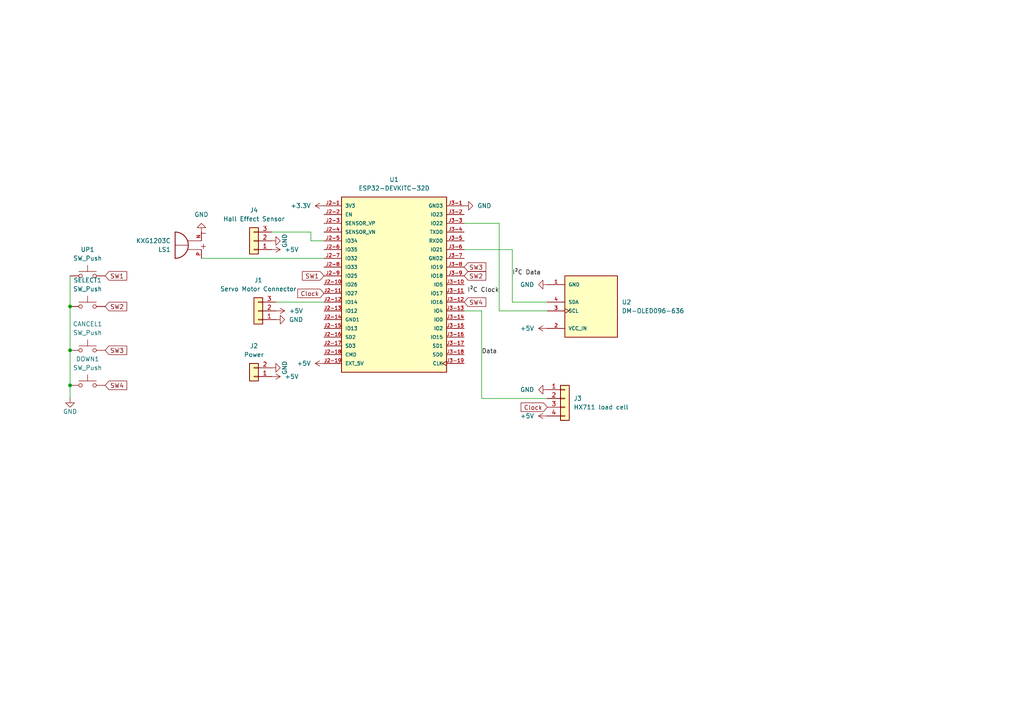
<source format=kicad_sch>
(kicad_sch (version 20231120) (generator "eeschema") (generator_version "8.0")
  (paper "A4")
  (lib_symbols
    (symbol "Connector_Generic:Conn_01x02" (pin_names (offset 1.016) hide)
      (property "Reference" "J" (at 0 2.54 0))
      (property "Value" "Conn_01x02" (at 0 -5.08 0))
      (symbol "Conn_01x02_1_1"
        (rectangle (start -1.27 -2.413) (end 0 -2.667) (stroke (width 0.1524)))
        (rectangle (start -1.27 0.127) (end 0 -0.127) (stroke (width 0.1524)))
        (rectangle (start -1.27 1.27) (end 1.27 -3.81) (stroke (width 0.254)) (fill (type background)))
        (pin passive line (at -5.08 0 0) (length 3.81) (name "Pin_1") (number "1"))
        (pin passive line (at -5.08 -2.54 0) (length 3.81) (name "Pin_2") (number "2"))
      )
    )
    (symbol "Connector_Generic:Conn_01x03" (pin_names (offset 1.016) hide)
      (property "Reference" "J" (at 0 5.08 0))
      (property "Value" "Conn_01x03" (at 0 -5.08 0))
      (symbol "Conn_01x03_1_1"
        (rectangle (start -1.27 -2.413) (end 0 -2.667) (stroke (width 0.1524)))
        (rectangle (start -1.27 0.127) (end 0 -0.127) (stroke (width 0.1524)))
        (rectangle (start -1.27 2.667) (end 0 2.413) (stroke (width 0.1524)))
        (rectangle (start -1.27 3.81) (end 1.27 -3.81) (stroke (width 0.254)) (fill (type background)))
        (pin passive line (at -5.08 2.54 0) (length 3.81) (name "Pin_1") (number "1"))
        (pin passive line (at -5.08 0 0) (length 3.81) (name "Pin_2") (number "2"))
        (pin passive line (at -5.08 -2.54 0) (length 3.81) (name "Pin_3") (number "3"))
      )
    )
    (symbol "Connector_Generic:Conn_01x04" (pin_names (offset 1.016) hide)
      (property "Reference" "J" (at 0 5.08 0))
      (property "Value" "Conn_01x04" (at 0 -7.62 0))
      (symbol "Conn_01x04_1_1"
        (rectangle (start -1.27 -4.953) (end 0 -5.207) (stroke (width 0.1524)))
        (rectangle (start -1.27 -2.413) (end 0 -2.667) (stroke (width 0.1524)))
        (rectangle (start -1.27 0.127) (end 0 -0.127) (stroke (width 0.1524)))
        (rectangle (start -1.27 2.667) (end 0 2.413) (stroke (width 0.1524)))
        (rectangle (start -1.27 3.81) (end 1.27 -6.35) (stroke (width 0.254)) (fill (type background)))
        (pin passive line (at -5.08 2.54 0) (length 3.81) (name "Pin_1") (number "1"))
        (pin passive line (at -5.08 0 0) (length 3.81) (name "Pin_2") (number "2"))
        (pin passive line (at -5.08 -2.54 0) (length 3.81) (name "Pin_3") (number "3"))
        (pin passive line (at -5.08 -5.08 0) (length 3.81) (name "Pin_4") (number "4"))
      )
    )
    (symbol "DM-OLED096-636:DM-OLED096-636" (pin_names (offset 1.016))
      (property "Reference" "U" (at -7.62 10.922 0))
      (property "Value" "DM-OLED096-636" (at -7.62 -10.16 0))
      (symbol "DM-OLED096-636_0_0"
        (rectangle (start -7.62 -7.62) (end 7.62 10.16) (stroke (width 0.254)) (fill (type background)))
        (pin power_in line (at 12.7 -5.08 180) (length 5.08) (name "GND") (number "1"))
        (pin power_in line (at 12.7 7.62 180) (length 5.08) (name "VCC_IN") (number "2"))
        (pin input clock (at 12.7 2.54 180) (length 5.08) (name "SCL") (number "3"))
        (pin bidirectional line (at 12.7 0 180) (length 5.08) (name "SDA") (number "4"))
      )
    )
    (symbol "ESP32-DEVKITC-32D:ESP32-DEVKITC-32D" (pin_names (offset 1.016))
      (property "Reference" "U" (at -15.2572 26.0643 0))
      (property "Value" "ESP32-DEVKITC-32D" (at -15.2563 -27.9698 0))
      (symbol "ESP32-DEVKITC-32D_0_0"
        (rectangle (start -15.24 -25.4) (end 15.24 25.4) (stroke (width 0.254)) (fill (type background)))
        (pin power_in line (at -20.32 22.86 0) (length 5.08) (name "3V3") (number "J2-1"))
        (pin bidirectional line (at -20.32 0 0) (length 5.08) (name "IO26") (number "J2-10"))
        (pin bidirectional line (at -20.32 -2.54 0) (length 5.08) (name "IO27") (number "J2-11"))
        (pin bidirectional line (at -20.32 -5.08 0) (length 5.08) (name "IO14") (number "J2-12"))
        (pin bidirectional line (at -20.32 -7.62 0) (length 5.08) (name "IO12") (number "J2-13"))
        (pin power_in line (at -20.32 -10.16 0) (length 5.08) (name "GND1") (number "J2-14"))
        (pin bidirectional line (at -20.32 -12.7 0) (length 5.08) (name "IO13") (number "J2-15"))
        (pin bidirectional line (at -20.32 -15.24 0) (length 5.08) (name "SD2") (number "J2-16"))
        (pin bidirectional line (at -20.32 -17.78 0) (length 5.08) (name "SD3") (number "J2-17"))
        (pin bidirectional line (at -20.32 -20.32 0) (length 5.08) (name "CMD") (number "J2-18"))
        (pin power_in line (at -20.32 -22.86 0) (length 5.08) (name "EXT_5V") (number "J2-19"))
        (pin input line (at -20.32 20.32 0) (length 5.08) (name "EN") (number "J2-2"))
        (pin input line (at -20.32 17.78 0) (length 5.08) (name "SENSOR_VP") (number "J2-3"))
        (pin input line (at -20.32 15.24 0) (length 5.08) (name "SENSOR_VN") (number "J2-4"))
        (pin bidirectional line (at -20.32 12.7 0) (length 5.08) (name "IO34") (number "J2-5"))
        (pin bidirectional line (at -20.32 10.16 0) (length 5.08) (name "IO35") (number "J2-6"))
        (pin bidirectional line (at -20.32 7.62 0) (length 5.08) (name "IO32") (number "J2-7"))
        (pin bidirectional line (at -20.32 5.08 0) (length 5.08) (name "IO33") (number "J2-8"))
        (pin bidirectional line (at -20.32 2.54 0) (length 5.08) (name "IO25") (number "J2-9"))
        (pin power_in line (at 20.32 22.86 180) (length 5.08) (name "GND3") (number "J3-1"))
        (pin bidirectional line (at 20.32 0 180) (length 5.08) (name "IO5") (number "J3-10"))
        (pin bidirectional line (at 20.32 -2.54 180) (length 5.08) (name "IO17") (number "J3-11"))
        (pin bidirectional line (at 20.32 -5.08 180) (length 5.08) (name "IO16") (number "J3-12"))
        (pin bidirectional line (at 20.32 -7.62 180) (length 5.08) (name "IO4") (number "J3-13"))
        (pin bidirectional line (at 20.32 -10.16 180) (length 5.08) (name "IO0") (number "J3-14"))
        (pin bidirectional line (at 20.32 -12.7 180) (length 5.08) (name "IO2") (number "J3-15"))
        (pin bidirectional line (at 20.32 -15.24 180) (length 5.08) (name "IO15") (number "J3-16"))
        (pin bidirectional line (at 20.32 -17.78 180) (length 5.08) (name "SD1") (number "J3-17"))
        (pin bidirectional line (at 20.32 -20.32 180) (length 5.08) (name "SD0") (number "J3-18"))
        (pin input clock (at 20.32 -22.86 180) (length 5.08) (name "CLK") (number "J3-19"))
        (pin bidirectional line (at 20.32 20.32 180) (length 5.08) (name "IO23") (number "J3-2"))
        (pin bidirectional line (at 20.32 17.78 180) (length 5.08) (name "IO22") (number "J3-3"))
        (pin output line (at 20.32 15.24 180) (length 5.08) (name "TXD0") (number "J3-4"))
        (pin input line (at 20.32 12.7 180) (length 5.08) (name "RXD0") (number "J3-5"))
        (pin bidirectional line (at 20.32 10.16 180) (length 5.08) (name "IO21") (number "J3-6"))
        (pin power_in line (at 20.32 7.62 180) (length 5.08) (name "GND2") (number "J3-7"))
        (pin bidirectional line (at 20.32 5.08 180) (length 5.08) (name "IO19") (number "J3-8"))
        (pin bidirectional line (at 20.32 2.54 180) (length 5.08) (name "IO18") (number "J3-9"))
      )
    )
    (symbol "KXG1203C:KXG1203C" (pin_names (offset 1.016))
      (property "Reference" "LS" (at -2.54 6.35 0))
      (property "Value" "KXG1203C" (at -2.54 -5.08 0))
      (symbol "KXG1203C_0_0"
        (polyline (pts (xy -2.54 0) (xy 1.397 0)) (stroke (width 0.1524)))
        (polyline (pts (xy -2.54 2.54) (xy 1.397 2.54)) (stroke (width 0.1524)))
        (polyline (pts (xy 1.27 1.27) (xy 5.08 1.27)) (stroke (width 0.1524)))
        (polyline (pts (xy 5.08 1.27) (xy 5.08 -2.54)) (stroke (width 0.254)))
        (polyline (pts (xy 5.08 5.08) (xy 5.08 1.27)) (stroke (width 0.254)))
        (arc (start 5.08 5.08) (mid 1.2866 1.27) (end 5.08 -2.54) (stroke (width 0.254)))
        (text "+" (at -4.318 2.54 0) (effects (font (size 1.778 1.778)) (justify left bottom)))
        (text "-" (at -4.318 -1.27 0) (effects (font (size 1.778 1.778)) (justify left bottom)))
        (pin passive line (at -2.54 -2.54 90) (length 2.54) (name "~") (number "N"))
        (pin passive line (at -2.54 5.08 270) (length 2.54) (name "~") (number "P"))
      )
    )
    (symbol "Switch:SW_Push" (pin_numbers hide) (pin_names (offset 1.016) hide)
      (property "Reference" "SW" (at 1.27 2.54 0))
      (property "Value" "SW_Push" (at 0 -1.524 0))
      (symbol "SW_Push_0_1"
        (circle (center -2.032 0) (radius 0.508))
        (polyline (pts (xy 0 1.27) (xy 0 3.048)))
        (polyline (pts (xy 2.54 1.27) (xy -2.54 1.27)))
        (circle (center 2.032 0) (radius 0.508))
        (pin passive line (at -5.08 0 0) (length 2.54) (name "1") (number "1"))
        (pin passive line (at 5.08 0 180) (length 2.54) (name "2") (number "2"))
      )
    )
    (symbol "power:+3.3V" (power) (pin_numbers hide) (pin_names (offset 0) hide)
      (property "Value" "+3.3V" (at 0 3.556 0))
      (symbol "+3.3V_0_1"
        (polyline (pts (xy -0.762 1.27) (xy 0 2.54)))
        (polyline (pts (xy 0 0) (xy 0 2.54)))
        (polyline (pts (xy 0 2.54) (xy 0.762 1.27)))
      )
      (symbol "+3.3V_1_1"
        (pin power_in line (at 0 0 90) (length 0) (name "~") (number "1"))
      )
    )
    (symbol "power:+5V" (power) (pin_numbers hide) (pin_names (offset 0) hide)
      (property "Value" "+5V" (at 0 3.556 0))
      (symbol "+5V_0_1"
        (polyline (pts (xy -0.762 1.27) (xy 0 2.54)))
        (polyline (pts (xy 0 0) (xy 0 2.54)))
        (polyline (pts (xy 0 2.54) (xy 0.762 1.27)))
      )
      (symbol "+5V_1_1"
        (pin power_in line (at 0 0 90) (length 0) (name "~") (number "1"))
      )
    )
    (symbol "power:GND" (power) (pin_numbers hide) (pin_names (offset 0) hide)
      (property "Value" "GND" (at 0 -3.81 0))
      (symbol "GND_0_1"
        (polyline (pts (xy 0 0) (xy 0 -1.27) (xy 1.27 -1.27) (xy 0 -2.54) (xy -1.27 -1.27) (xy 0 -1.27)))
      )
      (symbol "GND_1_1"
        (pin power_in line (at 0 0 270) (length 0) (name "~") (number "1"))
      )
    )
  )
  (junction (at 20.32 88.9))
  (junction (at 20.32 111.76))
  (junction (at 20.32 101.6))
  (wire (pts (xy 144.78 64.77) (xy 134.62 64.77)))
  (wire (pts (xy 148.59 72.39) (xy 134.62 72.39)))
  (wire (pts (xy 134.62 90.17) (xy 139.7 90.17)))
  (wire (pts (xy 139.7 115.57) (xy 158.75 115.57)))
  (wire (pts (xy 20.32 111.76) (xy 20.32 115.57)))
  (wire (pts (xy 139.7 90.17) (xy 139.7 115.57)))
  (wire (pts (xy 80.01 87.63) (xy 93.98 87.63)))
  (wire (pts (xy 20.32 80.01) (xy 20.32 88.9)))
  (wire (pts (xy 78.74 67.31) (xy 90.17 67.31)))
  (wire (pts (xy 90.17 67.31) (xy 90.17 69.85)))
  (wire (pts (xy 158.75 87.63) (xy 148.59 87.63)))
  (wire (pts (xy 58.42 74.93) (xy 93.98 74.93)))
  (wire (pts (xy 148.59 87.63) (xy 148.59 72.39)))
  (wire (pts (xy 144.78 90.17) (xy 144.78 64.77)))
  (wire (pts (xy 90.17 69.85) (xy 93.98 69.85)))
  (wire (pts (xy 20.32 101.6) (xy 20.32 111.76)))
  (wire (pts (xy 20.32 88.9) (xy 20.32 101.6)))
  (wire (pts (xy 158.75 90.17) (xy 144.78 90.17)))
  (label "I²C Data" (at 148.59 80.01 0))
  (label "Data" (at 139.7 102.87 0))
  (label "I²C Clock" (at 144.78 85.09 180))
  (global_label "SW1" (shape input) (at 93.98 80.01 180) (property "Intersheetrefs" "${INTERSHEET_REFS}" (effects (hide yes))))
  (global_label "Clock" (shape input) (at 93.98 85.09 180) (property "Intersheetrefs" "${INTERSHEET_REFS}" (effects (hide yes))))
  (global_label "SW4" (shape input) (at 134.62 87.63 0) (property "Intersheetrefs" "${INTERSHEET_REFS}" (effects (hide yes))))
  (global_label "SW2" (shape input) (at 134.62 80.01 0) (property "Intersheetrefs" "${INTERSHEET_REFS}" (effects (hide yes))))
  (global_label "SW3" (shape input) (at 30.48 101.6 0) (property "Intersheetrefs" "${INTERSHEET_REFS}" (effects (hide yes))))
  (global_label "SW3" (shape input) (at 134.62 77.47 0) (property "Intersheetrefs" "${INTERSHEET_REFS}" (effects (hide yes))))
  (global_label "SW2" (shape input) (at 30.48 88.9 0) (property "Intersheetrefs" "${INTERSHEET_REFS}" (effects (hide yes))))
  (global_label "Clock" (shape input) (at 158.75 118.11 180) (property "Intersheetrefs" "${INTERSHEET_REFS}" (effects (hide yes))))
  (global_label "SW1" (shape input) (at 30.48 80.01 0) (property "Intersheetrefs" "${INTERSHEET_REFS}" (effects (hide yes))))
  (global_label "SW4" (shape input) (at 30.48 111.76 0) (property "Intersheetrefs" "${INTERSHEET_REFS}" (effects (hide yes))))
  (symbol (lib_id "power:GND") (at 58.42 67.31 180) (unit 1)
    (property "Reference" "#PWR010" (effects (hide yes)))
    (property "Value" "GND" (at 58.42 62.23 0))
    (property "Description" "Power symbol creates a global label with name \"GND\" , ground" (effects (hide yes)))
  )
  (symbol (lib_id "Switch:SW_Push") (at 25.4 80.01 0) (unit 1)
    (property "Reference" "UP1" (at 25.4 72.39 0))
    (property "Value" "SW_Push" (at 25.4 74.93 0))
    (property "Footprint" "Button_Switch_Keyboard:SW_Cherry_MX_1.00u_PCB" (effects (hide yes)))
    (property "Description" "Push button switch, generic, two pins" (effects (hide yes)))
  )
  (symbol (lib_id "power:+5V") (at 78.74 109.22 270) (unit 1)
    (property "Reference" "#PWR012" (effects (hide yes)))
    (property "Value" "+5V" (at 82.55 109.2199 90) (effects (justify left)))
    (property "Description" "Power symbol creates a global label with name \"+5V\"" (effects (hide yes)))
  )
  (symbol (lib_id "power:GND") (at 134.62 59.69 90) (unit 1)
    (property "Reference" "#PWR03" (effects (hide yes)))
    (property "Value" "GND" (at 138.43 59.6899 90) (effects (justify right)))
    (property "Description" "Power symbol creates a global label with name \"GND\" , ground" (effects (hide yes)))
  )
  (symbol (lib_id "Connector_Generic:Conn_01x03") (at 73.66 69.85 180) (unit 1)
    (property "Reference" "J4" (at 73.66 60.96 0))
    (property "Value" "Hall Effect Sensor" (at 73.66 63.5 0))
    (property "Footprint" "Connector_PinHeader_2.54mm:PinHeader_1x03_P2.54mm_Vertical" (effects (hide yes)))
    (property "Description" "Generic connector, single row, 01x03, script generated (kicad-library-utils/schlib/autogen/connector/)" (effects (hide yes)))
  )
  (symbol (lib_id "power:GND") (at 158.75 113.03 270) (unit 1)
    (property "Reference" "#PWR06" (effects (hide yes)))
    (property "Value" "GND" (at 154.94 113.0299 90) (effects (justify right)))
    (property "Description" "Power symbol creates a global label with name \"GND\" , ground" (effects (hide yes)))
  )
  (symbol (lib_id "Connector_Generic:Conn_01x04") (at 163.83 115.57 0) (unit 1)
    (property "Reference" "J3" (at 166.37 115.5699 0) (effects (justify left)))
    (property "Value" "HX711 load cell" (at 166.37 118.1099 0) (effects (justify left)))
    (property "Footprint" "Connector_PinHeader_2.54mm:PinHeader_1x04_P2.54mm_Vertical" (effects (hide yes)))
    (property "Description" "Generic connector, single row, 01x04, script generated (kicad-library-utils/schlib/autogen/connector/)" (effects (hide yes)))
  )
  (symbol (lib_id "KXG1203C:KXG1203C") (at 55.88 69.85 180) (unit 1)
    (property "Reference" "LS1" (at 49.53 72.3901 0) (effects (justify left)))
    (property "Value" "KXG1203C" (at 49.53 69.8501 0) (effects (justify left)))
    (property "Footprint" "KXG1203C:XDCR_KXG1203C" (effects (hide yes)))
    (property "MF" "Kingstate" (effects (hide yes)))
    (property "MAXIMUM_PACKAGE_HEIGHT" "9.5 mm" (effects (hide yes)))
    (property "Package" "None" (effects (hide yes)))
    (property "Price" "None" (effects (hide yes)))
    (property "Check_prices" "https://www.snapeda.com/parts/KXG1203C/Kingstate/view-part/?ref=eda" (effects (hide yes)))
    (property "STANDARD" "IPC 7351B" (effects (hide yes)))
    (property "PARTREV" "1.3" (effects (hide yes)))
    (property "SnapEDA_Link" "https://www.snapeda.com/parts/KXG1203C/Kingstate/view-part/?ref=snap" (effects (hide yes)))
    (property "MP" "KXG1203C" (effects (hide yes)))
    (property "Description_1" "\n                        \n                            Magnetic Indicator(Active Buzzer), 85Hz, 2.3 dB (SPL), 12 dia.(Ø)/L,  Width, 9.5 Height, Pine Type\n                        \n" (effects (hide yes)))
    (property "Availability" "In Stock" (effects (hide yes)))
    (property "MANUFACTURER" "Kingstate" (effects (hide yes)))
  )
  (symbol (lib_id "ESP32-DEVKITC-32D:ESP32-DEVKITC-32D") (at 114.3 82.55 0) (unit 1)
    (property "Reference" "U1" (at 114.3 52.07 0))
    (property "Value" "ESP32-DEVKITC-32D" (at 114.3 54.61 0))
    (property "Footprint" "ESP32-DEVKITC-32D:MODULE_ESP32-DEVKITC-32D" (effects (hide yes)))
    (property "MF" "Espressif Systems" (effects (hide yes)))
    (property "MAXIMUM_PACKAGE_HEIGHT" "N/A" (effects (hide yes)))
    (property "Package" "None" (effects (hide yes)))
    (property "Price" "None" (effects (hide yes)))
    (property "Check_prices" "https://www.snapeda.com/parts/ESP32-DEVKITC-32D/Espressif+Systems/view-part/?ref=eda" (effects (hide yes)))
    (property "STANDARD" "Manufacturer Recommendations" (effects (hide yes)))
    (property "PARTREV" "V4" (effects (hide yes)))
    (property "SnapEDA_Link" "https://www.snapeda.com/parts/ESP32-DEVKITC-32D/Espressif+Systems/view-part/?ref=snap" (effects (hide yes)))
    (property "MP" "ESP32-DEVKITC-32D" (effects (hide yes)))
    (property "Description_1" "\n                        \n                            WiFi Development Tools (802.11) ESP32 General Development Kit, ESP32-WROOM-32D on the board\n                        \n" (effects (hide yes)))
    (property "MANUFACTURER" "Espressif Systems" (effects (hide yes)))
    (property "Availability" "In Stock" (effects (hide yes)))
    (property "SNAPEDA_PN" "ESP32-DEVKITC-32D" (effects (hide yes)))
  )
  (symbol (lib_id "power:+5V") (at 158.75 120.65 90) (unit 1)
    (property "Reference" "#PWR05" (effects (hide yes)))
    (property "Value" "+5V" (at 154.94 120.6499 90) (effects (justify left)))
    (property "Description" "Power symbol creates a global label with name \"+5V\"" (effects (hide yes)))
  )
  (symbol (lib_id "power:GND") (at 78.74 106.68 90) (unit 1)
    (property "Reference" "#PWR013" (effects (hide yes)))
    (property "Value" "GND" (at 82.55 106.68 0))
    (property "Description" "Power symbol creates a global label with name \"GND\" , ground" (effects (hide yes)))
  )
  (symbol (lib_id "DM-OLED096-636:DM-OLED096-636") (at 171.45 87.63 180) (unit 1)
    (property "Reference" "U2" (at 180.34 87.6299 0) (effects (justify right)))
    (property "Value" "DM-OLED096-636" (at 180.34 90.1699 0) (effects (justify right)))
    (property "Footprint" "DM-OLED096-636:MODULE_DM-OLED096-636" (effects (hide yes)))
    (property "MF" "Display Module" (effects (hide yes)))
    (property "MAXIMUM_PACKAGE_HEIGHT" "11.3 mm" (effects (hide yes)))
    (property "Package" "Package" (effects (hide yes)))
    (property "Price" "None" (effects (hide yes)))
    (property "Check_prices" "https://www.snapeda.com/parts/DM-OLED096-636/Display+Module/view-part/?ref=eda" (effects (hide yes)))
    (property "STANDARD" "Manufacturer Recommendations" (effects (hide yes)))
    (property "PARTREV" "2018-09-10" (effects (hide yes)))
    (property "SnapEDA_Link" "https://www.snapeda.com/parts/DM-OLED096-636/Display+Module/view-part/?ref=snap" (effects (hide yes)))
    (property "MP" "DM-OLED096-636" (effects (hide yes)))
    (property "Description_1" "\n                        \n                            0.96” 128 X 64 MONOCHROME GRAPHIC OLED DISPLAY MODULE - I2C\n                        \n" (effects (hide yes)))
    (property "Availability" "Not in stock" (effects (hide yes)))
    (property "MANUFACTURER" "Displaymodule" (effects (hide yes)))
  )
  (symbol (lib_id "power:+5V") (at 93.98 105.41 90) (unit 1)
    (property "Reference" "#PWR09" (effects (hide yes)))
    (property "Value" "+5V" (at 90.17 105.4099 90) (effects (justify left)))
    (property "Description" "Power symbol creates a global label with name \"+5V\"" (effects (hide yes)))
  )
  (symbol (lib_id "power:GND") (at 20.32 115.57 0) (unit 1)
    (property "Reference" "#PWR011" (effects (hide yes)))
    (property "Value" "GND" (at 20.32 119.38 0))
    (property "Description" "Power symbol creates a global label with name \"GND\" , ground" (effects (hide yes)))
  )
  (symbol (lib_id "power:GND") (at 80.01 92.71 90) (unit 1)
    (property "Reference" "#PWR07" (effects (hide yes)))
    (property "Value" "GND" (at 83.82 92.7101 90) (effects (justify right)))
    (property "Description" "Power symbol creates a global label with name \"GND\" , ground" (effects (hide yes)))
  )
  (symbol (lib_id "Switch:SW_Push") (at 25.4 111.76 0) (unit 1)
    (property "Reference" "DOWN1" (at 25.4 104.14 0))
    (property "Value" "SW_Push" (at 25.4 106.68 0))
    (property "Footprint" "Button_Switch_Keyboard:SW_Cherry_MX_1.00u_PCB" (effects (hide yes)))
    (property "Description" "Push button switch, generic, two pins" (effects (hide yes)))
  )
  (symbol (lib_id "power:GND") (at 78.74 69.85 90) (unit 1)
    (property "Reference" "#PWR015" (effects (hide yes)))
    (property "Value" "GND" (at 82.55 69.85 0))
    (property "Description" "Power symbol creates a global label with name \"GND\" , ground" (effects (hide yes)))
  )
  (symbol (lib_id "Switch:SW_Push") (at 25.4 101.6 0) (unit 1)
    (property "Reference" "CANCEL1" (at 25.4 93.98 0))
    (property "Value" "SW_Push" (at 25.4 96.52 0))
    (property "Footprint" "Button_Switch_Keyboard:SW_Cherry_MX_1.00u_PCB" (effects (hide yes)))
    (property "Description" "Push button switch, generic, two pins" (effects (hide yes)))
  )
  (symbol (lib_id "power:+3.3V") (at 93.98 59.69 90) (unit 1)
    (property "Reference" "#PWR01" (effects (hide yes)))
    (property "Value" "+3.3V" (at 90.17 59.6899 90) (effects (justify left)))
    (property "Description" "Power symbol creates a global label with name \"+3.3V\"" (effects (hide yes)))
  )
  (symbol (lib_id "power:+5V") (at 80.01 90.17 270) (unit 1)
    (property "Reference" "#PWR08" (effects (hide yes)))
    (property "Value" "+5V" (at 83.82 90.1701 90) (effects (justify left)))
    (property "Description" "Power symbol creates a global label with name \"+5V\"" (effects (hide yes)))
  )
  (symbol (lib_id "power:+5V") (at 78.74 72.39 270) (unit 1)
    (property "Reference" "#PWR014" (effects (hide yes)))
    (property "Value" "+5V" (at 82.55 72.3899 90) (effects (justify left)))
    (property "Description" "Power symbol creates a global label with name \"+5V\"" (effects (hide yes)))
  )
  (symbol (lib_id "Connector_Generic:Conn_01x02") (at 73.66 109.22 180) (unit 1)
    (property "Reference" "J2" (at 73.66 100.33 0))
    (property "Value" "Power" (at 73.66 102.87 0))
    (property "Footprint" "Connector_PinHeader_2.54mm:PinHeader_1x02_P2.54mm_Vertical" (effects (hide yes)))
    (property "Description" "Generic connector, single row, 01x02, script generated (kicad-library-utils/schlib/autogen/connector/)" (effects (hide yes)))
  )
  (symbol (lib_id "Switch:SW_Push") (at 25.4 88.9 0) (unit 1)
    (property "Reference" "SELECT1" (at 25.4 81.28 0))
    (property "Value" "SW_Push" (at 25.4 83.82 0))
    (property "Footprint" "Button_Switch_Keyboard:SW_Cherry_MX_1.00u_PCB" (effects (hide yes)))
    (property "Description" "Push button switch, generic, two pins" (effects (hide yes)))
  )
  (symbol (lib_id "Connector_Generic:Conn_01x03") (at 74.93 90.17 180) (unit 1)
    (property "Reference" "J1" (at 74.93 81.28 0))
    (property "Value" "Servo Motor Connector" (at 74.93 83.82 0))
    (property "Footprint" "Connector_PinHeader_2.54mm:PinHeader_1x03_P2.54mm_Vertical" (effects (hide yes)))
    (property "Description" "Generic connector, single row, 01x03, script generated (kicad-library-utils/schlib/autogen/connector/)" (effects (hide yes)))
  )
  (symbol (lib_id "power:GND") (at 158.75 82.55 270) (unit 1)
    (property "Reference" "#PWR04" (effects (hide yes)))
    (property "Value" "GND" (at 154.94 82.5499 90) (effects (justify right)))
    (property "Description" "Power symbol creates a global label with name \"GND\" , ground" (effects (hide yes)))
  )
  (symbol (lib_id "power:+5V") (at 158.75 95.25 90) (unit 1)
    (property "Reference" "#PWR02" (effects (hide yes)))
    (property "Value" "+5V" (at 154.94 95.2499 90) (effects (justify left)))
    (property "Description" "Power symbol creates a global label with name \"+5V\"" (effects (hide yes)))
  )
)
</source>
